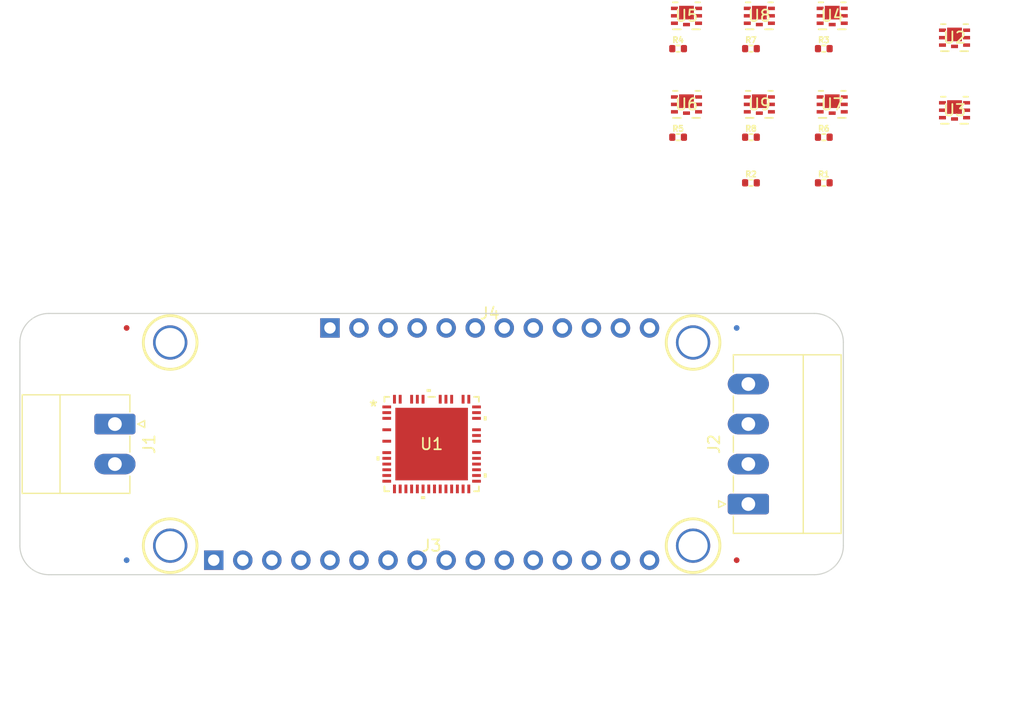
<source format=kicad_pcb>
(kicad_pcb (version 20221018) (generator pcbnew)
  (title_block (title "tmc5160_featherwing") (date "2024-03-25") (rev "1.0") (company "Howard Hughes Medical Institute"))
  (layers (0 "F.Cu" signal) (31 "B.Cu" signal) (34 "B.Paste" user) (35 "F.Paste" user) (36 "B.SilkS" user "B.Silkscreen") (37 "F.SilkS" user "F.Silkscreen") (38 "B.Mask" user) (39 "F.Mask" user) (44 "Edge.Cuts" user))
  (net 0 "")
  (net 1 "/GND")
  (net 2 "/driver_controller/mosfet1/GATE")
  (net 3 "Net-(U2-G)")
  (net 4 "/driver_controller/mosfet2/GATE")
  (net 5 "Net-(U3-G)")
  (net 6 "/driver_controller/mosfet4/GATE")
  (net 7 "Net-(U4-G)")
  (net 8 "/driver_controller/mosfet3/GATE")
  (net 9 "Net-(U5-G)")
  (net 58 "/driver_controller/mosfet5/GATE")
  (net 59 "Net-(U6-G)")
  (net 60 "/driver_controller/mosfet6/GATE")
  (net 61 "Net-(U7-G)")
  (net 62 "/driver_controller/mosfet7/GATE")
  (net 63 "Net-(U8-G)")
  (net 64 "/driver_controller/mosfet8/GATE")
  (net 65 "Net-(U9-G)")
  (net 66 "/driver_controller/mosfet1/DRAIN")
  (net 67 "/driver_controller/mosfet1/SOURCE")
  (net 68 "/driver_controller/mosfet2/DRAIN")
  (net 69 "/driver_controller/mosfet2/SOURCE")
  (net 70 "/driver_controller/mosfet4/DRAIN")
  (net 71 "/driver_controller/mosfet4/SOURCE")
  (net 72 "/driver_controller/mosfet3/DRAIN")
  (net 73 "/driver_controller/mosfet3/SOURCE")
  (net 74 "/driver_controller/mosfet5/DRAIN")
  (net 75 "/driver_controller/mosfet5/SOURCE")
  (net 76 "/driver_controller/mosfet6/DRAIN")
  (net 77 "/driver_controller/mosfet6/SOURCE")
  (net 78 "/driver_controller/mosfet7/DRAIN")
  (net 79 "/driver_controller/mosfet7/SOURCE")
  (net 80 "/driver_controller/mosfet8/DRAIN")
  (net 81 "/driver_controller/mosfet8/SOURCE")
  (footprint "Janelia:MOUNTING_HOLE_2.5" (layer "F.Cu") (at 175.26 110.49)
    (fp_text reference "H3" hide)
    (fp_text value "MOUNTING_HOLE_2.5" hide)
    (fp_circle (center 0 0) (end 2.35 0) (stroke (width 0.25)) (fill none) (layer "F.SilkS"))
    (pad "1" thru_hole circle (at 0 0) (size 3 3) (drill 2.54) (layers "*.Cu" "*.Mask") (net 1 "/GND"))
  )
  (footprint "Janelia:BUK7D3660EX_NEX" (layer "F.Cu") (at 198.12 66.04)
    (fp_text reference "U2" (at 0 0 unlocked) (layer "F.SilkS"))
    (fp_text value "BUK7D36-60EX")
    (fp_line (start -1.1811 1.1811) (end -0.507724 1.1811) (stroke (width 0.1524)) (layer "F.SilkS"))
    (fp_line (start -0.782527 -1.1811) (end -1.1811 -1.1811) (stroke (width 0.1524)) (layer "F.SilkS"))
    (fp_line (start 0.507724 1.1811) (end 1.1811 1.1811) (stroke (width 0.1524)) (layer "F.SilkS"))
    (fp_line (start 1.1811 -1.1811) (end 0.782527 -1.1811) (stroke (width 0.1524)) (layer "F.SilkS"))
    (pad "1" smd rect (at -1.0541 -0.649999) (size 0.6096 0.3048) (layers "F.Cu" "F.Paste" "F.Mask") (net 66 "/driver_controller/mosfet1/DRAIN"))
    (pad "2" smd rect (at -1.0541 0) (size 0.6096 0.3048) (layers "F.Cu" "F.Paste" "F.Mask") (net 66 "/driver_controller/mosfet1/DRAIN"))
    (pad "3" smd rect (at -1.0541 0.649999) (size 0.6096 0.3048) (layers "F.Cu" "F.Paste" "F.Mask") (net 3 "Net-(U2-G)"))
    (pad "4" smd rect (at 1.0541 0.649999) (size 0.6096 0.3048) (layers "F.Cu" "F.Paste" "F.Mask") (net 67 "/driver_controller/mosfet1/SOURCE"))
    (pad "5" smd rect (at 1.0541 0) (size 0.6096 0.3048) (layers "F.Cu" "F.Paste" "F.Mask") (net 66 "/driver_controller/mosfet1/DRAIN"))
    (pad "6" smd rect (at 1.0541 -0.649999) (size 0.6096 0.3048) (layers "F.Cu" "F.Paste" "F.Mask") (net 66 "/driver_controller/mosfet1/DRAIN"))
    (pad "7" smd rect (at 0 -0.28) (size 1.2954 1.1938) (layers "F.Cu" "F.Paste" "F.Mask") (net 66 "/driver_controller/mosfet1/DRAIN"))
    (pad "8" smd rect (at 0 0.765) (size 0.6096 0.3048) (layers "F.Cu" "F.Paste" "F.Mask") (net 67 "/driver_controller/mosfet1/SOURCE"))
  )
  (footprint "Janelia:MOUNTING_HOLE_2.5" (layer "F.Cu") (at 129.54 110.49)
    (fp_text reference "H4" hide)
    (fp_text value "MOUNTING_HOLE_2.5" hide)
    (fp_circle (center 0 0) (end 2.35 0) (stroke (width 0.25)) (fill none) (layer "F.SilkS"))
    (pad "1" thru_hole circle (at 0 0) (size 3 3) (drill 2.54) (layers "*.Cu" "*.Mask") (net 1 "/GND"))
  )
  (footprint "Janelia:R_0402_1005Metric" (layer "F.Cu") (at 180.32 78.74)
    (fp_text reference "R2" (at 0 -0.75) (layer "F.SilkS") (effects (font (size 0.5 0.5) (thickness 0.125) bold)))
    (fp_text value "15")
    (fp_line (start -0.153641 -0.275) (end 0.153641 -0.275) (stroke (width 0.15)) (layer "F.SilkS"))
    (fp_line (start -0.153641 0.275) (end 0.153641 0.275) (stroke (width 0.15)) (layer "F.SilkS"))
    (pad "1" smd roundrect (at -0.51 0) (size 0.54 0.64) (layers "F.Cu" "F.Paste" "F.Mask") (net 4 "/driver_controller/mosfet2/GATE"))
    (pad "2" smd roundrect (at 0.51 0) (size 0.54 0.64) (layers "F.Cu" "F.Paste" "F.Mask") (net 5 "Net-(U3-G)"))
  )
  (footprint "Janelia:R_0402_1005Metric" (layer "F.Cu") (at 186.69 78.74)
    (fp_text reference "R1" (at 0 -0.75) (layer "F.SilkS") (effects (font (size 0.5 0.5) (thickness 0.125) bold)))
    (fp_text value "15")
    (fp_line (start -0.153641 -0.275) (end 0.153641 -0.275) (stroke (width 0.15)) (layer "F.SilkS"))
    (fp_line (start -0.153641 0.275) (end 0.153641 0.275) (stroke (width 0.15)) (layer "F.SilkS"))
    (pad "1" smd roundrect (at -0.51 0) (size 0.54 0.64) (layers "F.Cu" "F.Paste" "F.Mask") (net 2 "/driver_controller/mosfet1/GATE"))
    (pad "2" smd roundrect (at 0.51 0) (size 0.54 0.64) (layers "F.Cu" "F.Paste" "F.Mask") (net 3 "Net-(U2-G)"))
  )
  (footprint "Janelia:PhoenixContact_MC_1,5_2-G-3.5_1x02_P3.50mm_Horizontal" (layer "F.Cu") (at 124.7075 101.6 -90)
    (fp_text reference "J1" (at 0 -3 -90) (layer "F.SilkS"))
    (fp_text value "Conn_TERM_HDR_01x02_Pin_3.5MM_Horizontal")
    (fp_line (start -4.31 -1.31) (end -4.31 8.11) (stroke (width 0.12)) (layer "F.SilkS"))
    (fp_line (start -4.31 -1.31) (end -2.8 -1.31) (stroke (width 0.12)) (layer "F.SilkS"))
    (fp_line (start -4.31 4.8) (end 4.31 4.8) (stroke (width 0.12)) (layer "F.SilkS"))
    (fp_line (start -4.31 8.11) (end 4.31 8.11) (stroke (width 0.12)) (layer "F.SilkS"))
    (fp_line (start -2.05 -2.6) (end -1.45 -2.6) (stroke (width 0.12)) (layer "F.SilkS"))
    (fp_line (start -1.75 -2) (end -2.05 -2.6) (stroke (width 0.12)) (layer "F.SilkS"))
    (fp_line (start -1.45 -2.6) (end -1.75 -2) (stroke (width 0.12)) (layer "F.SilkS"))
    (fp_line (start -0.7 -1.31) (end 0.7 -1.31) (stroke (width 0.12)) (layer "F.SilkS"))
    (fp_line (start 4.31 -1.31) (end 2.8 -1.31) (stroke (width 0.12)) (layer "F.SilkS"))
    (fp_line (start 4.31 8.11) (end 4.31 -1.31) (stroke (width 0.12)) (layer "F.SilkS"))
    (pad "1" thru_hole roundrect (at -1.75 0 270) (size 1.8 3.6) (drill 1.2) (layers "*.Cu" "*.Mask") (roundrect_rratio 0.138889))
    (pad "2" thru_hole oval (at 1.75 0 270) (size 1.8 3.6) (drill 1.2) (layers "*.Cu" "*.Mask"))
  )
  (footprint "Janelia:R_0402_1005Metric" (layer "F.Cu") (at 186.69 67)
    (fp_text reference "R3" (at 0 -0.75) (layer "F.SilkS") (effects (font (size 0.5 0.5) (thickness 0.125) bold)))
    (fp_text value "15")
    (fp_line (start -0.153641 -0.275) (end 0.153641 -0.275) (stroke (width 0.15)) (layer "F.SilkS"))
    (fp_line (start -0.153641 0.275) (end 0.153641 0.275) (stroke (width 0.15)) (layer "F.SilkS"))
    (pad "1" smd roundrect (at -0.51 0) (size 0.54 0.64) (layers "F.Cu" "F.Paste" "F.Mask") (net 6 "/driver_controller/mosfet4/GATE"))
    (pad "2" smd roundrect (at 0.51 0) (size 0.54 0.64) (layers "F.Cu" "F.Paste" "F.Mask") (net 7 "Net-(U4-G)"))
  )
  (footprint "Janelia:BUK7D3660EX_NEX" (layer "F.Cu") (at 181.0541 71.8793)
    (fp_text reference "U9" (at 0 0 unlocked) (layer "F.SilkS"))
    (fp_text value "BUK7D36-60EX")
    (fp_line (start -1.1811 1.1811) (end -0.507724 1.1811) (stroke (width 0.1524)) (layer "F.SilkS"))
    (fp_line (start -0.782527 -1.1811) (end -1.1811 -1.1811) (stroke (width 0.1524)) (layer "F.SilkS"))
    (fp_line (start 0.507724 1.1811) (end 1.1811 1.1811) (stroke (width 0.1524)) (layer "F.SilkS"))
    (fp_line (start 1.1811 -1.1811) (end 0.782527 -1.1811) (stroke (width 0.1524)) (layer "F.SilkS"))
    (pad "1" smd rect (at -1.0541 -0.649999) (size 0.6096 0.3048) (layers "F.Cu" "F.Paste" "F.Mask") (net 80 "/driver_controller/mosfet8/DRAIN"))
    (pad "2" smd rect (at -1.0541 0) (size 0.6096 0.3048) (layers "F.Cu" "F.Paste" "F.Mask") (net 80 "/driver_controller/mosfet8/DRAIN"))
    (pad "3" smd rect (at -1.0541 0.649999) (size 0.6096 0.3048) (layers "F.Cu" "F.Paste" "F.Mask") (net 65 "Net-(U9-G)"))
    (pad "4" smd rect (at 1.0541 0.649999) (size 0.6096 0.3048) (layers "F.Cu" "F.Paste" "F.Mask") (net 81 "/driver_controller/mosfet8/SOURCE"))
    (pad "5" smd rect (at 1.0541 0) (size 0.6096 0.3048) (layers "F.Cu" "F.Paste" "F.Mask") (net 80 "/driver_controller/mosfet8/DRAIN"))
    (pad "6" smd rect (at 1.0541 -0.649999) (size 0.6096 0.3048) (layers "F.Cu" "F.Paste" "F.Mask") (net 80 "/driver_controller/mosfet8/DRAIN"))
    (pad "7" smd rect (at 0 -0.28) (size 1.2954 1.1938) (layers "F.Cu" "F.Paste" "F.Mask") (net 80 "/driver_controller/mosfet8/DRAIN"))
    (pad "8" smd rect (at 0 0.765) (size 0.6096 0.3048) (layers "F.Cu" "F.Paste" "F.Mask") (net 81 "/driver_controller/mosfet8/SOURCE"))
  )
  (footprint "Janelia:21-100593_ADI" (layer "F.Cu") (at 152.4 101.6)
    (fp_text reference "U1" (at 0 0 unlocked) (layer "F.SilkS"))
    (fp_text value "TMC5160A-WA")
    (fp_text user "*" (at -5.0927 -3.25) (layer "F.SilkS"))
    (fp_text user "*" (at -5.0927 -3.25 unlocked) (layer "F.SilkS"))
    (fp_line (start -4.1275 -4.1275) (end -4.1275 -3.709741) (stroke (width 0.1524)) (layer "F.SilkS"))
    (fp_line (start -4.1275 3.709741) (end -4.1275 4.1275) (stroke (width 0.1524)) (layer "F.SilkS"))
    (fp_line (start -4.1275 4.1275) (end -3.709741 4.1275) (stroke (width 0.1524)) (layer "F.SilkS"))
    (fp_line (start -3.709741 -4.1275) (end -4.1275 -4.1275) (stroke (width 0.1524)) (layer "F.SilkS"))
    (fp_line (start 0.290261 -4.1275) (end -0.290261 -4.1275) (stroke (width 0.1524)) (layer "F.SilkS"))
    (fp_line (start 3.709741 4.1275) (end 4.1275 4.1275) (stroke (width 0.1524)) (layer "F.SilkS"))
    (fp_line (start 4.1275 -4.1275) (end 3.709741 -4.1275) (stroke (width 0.1524)) (layer "F.SilkS"))
    (fp_line (start 4.1275 -3.709741) (end 4.1275 -4.1275) (stroke (width 0.1524)) (layer "F.SilkS"))
    (fp_line (start 4.1275 4.1275) (end 4.1275 3.709741) (stroke (width 0.1524)) (layer "F.SilkS"))
    (fp_poly (pts (xy -4.8133 1.0595) (xy -4.8133 1.4405) (xy -4.5593 1.4405) (xy -4.5593 1.0595)) (fill solid) (layer "F.SilkS"))
    (fp_poly (pts (xy -0.940501 4.5593) (xy -0.940501 4.8133) (xy -0.559501 4.8133) (xy -0.559501 4.5593)) (fill solid) (layer "F.SilkS"))
    (fp_poly (pts (xy -0.4405 -4.5593) (xy -0.4405 -4.8133) (xy -0.059499 -4.8133) (xy -0.059499 -4.5593)) (fill solid) (layer "F.SilkS"))
    (fp_poly (pts (xy 4.8133 -2.440501) (xy 4.8133 -2.059501) (xy 4.5593 -2.059501) (xy 4.5593 -2.440501)) (fill solid) (layer "F.SilkS"))
    (fp_poly (pts (xy 4.8133 2.5595) (xy 4.8133 2.9405) (xy 4.5593 2.9405) (xy 4.5593 2.5595)) (fill solid) (layer "F.SilkS"))
    (pad "1" smd rect (at -3.9243 -3.250001 90) (size 0.254 0.762) (layers "F.Cu" "F.Paste" "F.Mask"))
    (pad "2" smd rect (at -3.9243 -2.75 90) (size 0.254 0.762) (layers "F.Cu" "F.Paste" "F.Mask"))
    (pad "3" smd rect (at -3.9243 -2.250001 90) (size 0.254 0.762) (layers "F.Cu" "F.Paste" "F.Mask"))
    (pad "4" smd rect (at -3.9243 -1.25 90) (size 0.254 0.762) (layers "F.Cu" "F.Paste" "F.Mask"))
    (pad "5" smd rect (at -3.9243 -0.25 90) (size 0.254 0.762) (layers "F.Cu" "F.Paste" "F.Mask"))
    (pad "6" smd rect (at -3.9243 0.750001 90) (size 0.254 0.762) (layers "F.Cu" "F.Paste" "F.Mask"))
    (pad "7" smd rect (at -3.9243 1.25 90) (size 0.254 0.762) (layers "F.Cu" "F.Paste" "F.Mask"))
    (pad "8" smd rect (at -3.9243 1.749999 90) (size 0.254 0.762) (layers "F.Cu" "F.Paste" "F.Mask"))
    (pad "9" smd rect (at -3.9243 2.250001 90) (size 0.254 0.762) (layers "F.Cu" "F.Paste" "F.Mask"))
    (pad "10" smd rect (at -3.9243 2.75 90) (size 0.254 0.762) (layers "F.Cu" "F.Paste" "F.Mask"))
    (pad "11" smd rect (at -3.9243 3.250001 90) (size 0.254 0.762) (layers "F.Cu" "F.Paste" "F.Mask"))
    (pad "12" smd rect (at -3.250001 3.9243) (size 0.254 0.762) (layers "F.Cu" "F.Paste" "F.Mask"))
    (pad "13" smd rect (at -2.75 3.9243) (size 0.254 0.762) (layers "F.Cu" "F.Paste" "F.Mask"))
    (pad "14" smd rect (at -2.250001 3.9243) (size 0.254 0.762) (layers "F.Cu" "F.Paste" "F.Mask"))
    (pad "15" smd rect (at -1.749999 3.9243) (size 0.254 0.762) (layers "F.Cu" "F.Paste" "F.Mask"))
    (pad "16" smd rect (at -1.25 3.9243) (size 0.254 0.762) (layers "F.Cu" "F.Paste" "F.Mask"))
    (pad "17" smd rect (at -0.750001 3.9243) (size 0.254 0.762) (layers "F.Cu" "F.Paste" "F.Mask"))
    (pad "18" smd rect (at -0.25 3.9243) (size 0.254 0.762) (layers "F.Cu" "F.Paste" "F.Mask"))
    (pad "19" smd rect (at 0.25 3.9243) (size 0.254 0.762) (layers "F.Cu" "F.Paste" "F.Mask"))
    (pad "20" smd rect (at 0.750001 3.9243) (size 0.254 0.762) (layers "F.Cu" "F.Paste" "F.Mask"))
    (pad "21" smd rect (at 1.25 3.9243) (size 0.254 0.762) (layers "F.Cu" "F.Paste" "F.Mask"))
    (pad "22" smd rect (at 1.749999 3.9243) (size 0.254 0.762) (layers "F.Cu" "F.Paste" "F.Mask"))
    (pad "23" smd rect (at 2.250001 3.9243) (size 0.254 0.762) (layers "F.Cu" "F.Paste" "F.Mask"))
    (pad "24" smd rect (at 2.75 3.9243) (size 0.254 0.762) (layers "F.Cu" "F.Paste" "F.Mask"))
    (pad "25" smd rect (at 3.250001 3.9243) (size 0.254 0.762) (layers "F.Cu" "F.Paste" "F.Mask"))
    (pad "26" smd rect (at 3.9243 3.250001 90) (size 0.254 0.762) (layers "F.Cu" "F.Paste" "F.Mask"))
    (pad "27" smd rect (at 3.9243 2.75 90) (size 0.254 0.762) (layers "F.Cu" "F.Paste" "F.Mask"))
    (pad "28" smd rect (at 3.9243 2.250001 90) (size 0.254 0.762) (layers "F.Cu" "F.Paste" "F.Mask"))
    (pad "29" smd rect (at 3.9243 1.749999 90) (size 0.254 0.762) (layers "F.Cu" "F.Paste" "F.Mask"))
    (pad "30" smd rect (at 3.9243 1.25 90) (size 0.254 0.762) (layers "F.Cu" "F.Paste" "F.Mask"))
    (pad "31" smd rect (at 3.9243 0.750001 90) (size 0.254 0.762) (layers "F.Cu" "F.Paste" "F.Mask"))
    (pad "32" smd rect (at 3.9243 -0.25 90) (size 0.254 0.762) (layers "F.Cu" "F.Paste" "F.Mask"))
    (pad "33" smd rect (at 3.9243 -0.750001 90) (size 0.254 0.762) (layers "F.Cu" "F.Paste" "F.Mask"))
    (pad "34" smd rect (at 3.9243 -1.25 90) (size 0.254 0.762) (layers "F.Cu" "F.Paste" "F.Mask"))
    (pad "35" smd rect (at 3.9243 -2.250001 90) (size 0.254 0.762) (layers "F.Cu" "F.Paste" "F.Mask"))
    (pad "36" smd rect (at 3.9243 -2.75 90) (size 0.254 0.762) (layers "F.Cu" "F.Paste" "F.Mask"))
    (pad "37" smd rect (at 3.9243 -3.250001 90) (size 0.254 0.762) (layers "F.Cu" "F.Paste" "F.Mask"))
    (pad "38" smd rect (at 3.250001 -3.9243) (size 0.254 0.762) (layers "F.Cu" "F.Paste" "F.Mask"))
    (pad "39" smd rect (at 2.75 -3.9243) (size 0.254 0.762) (layers "F.Cu" "F.Paste" "F.Mask"))
    (pad "40" smd rect (at 1.749999 -3.9243) (size 0.254 0.762) (layers "F.Cu" "F.Paste" "F.Mask"))
    (pad "41" smd rect (at 1.25 -3.9243) (size 0.254 0.762) (layers "F.Cu" "F.Paste" "F.Mask"))
    (pad "42" smd rect (at 0.750001 -3.9243) (size 0.254 0.762) (layers "F.Cu" "F.Paste" "F.Mask"))
    (pad "43" smd rect (at -0.750001 -3.9243) (size 0.254 0.762) (layers "F.Cu" "F.Paste" "F.Mask"))
    (pad "44" smd rect (at -1.25 -3.9243) (size 0.254 0.762) (layers "F.Cu" "F.Paste" "F.Mask"))
    (pad "45" smd rect (at -1.749999 -3.9243) (size 0.254 0.762) (layers "F.Cu" "F.Paste" "F.Mask"))
    (pad "46" smd rect (at -2.75 -3.9243) (size 0.254 0.762) (layers "F.Cu" "F.Paste" "F.Mask"))
    (pad "47" smd rect (at -3.250001 -3.9243) (size 0.254 0.762) (layers "F.Cu" "F.Paste" "F.Mask"))
    (pad "48" smd rect (at 0 0) (size 6.35 6.35) (layers "F.Cu" "F.Paste" "F.Mask"))
  )
  (footprint "Janelia:R_0402_1005Metric" (layer "F.Cu") (at 180.32 67)
    (fp_text reference "R7" (at 0 -0.75) (layer "F.SilkS") (effects (font (size 0.5 0.5) (thickness 0.125) bold)))
    (fp_text value "15")
    (fp_line (start -0.153641 -0.275) (end 0.153641 -0.275) (stroke (width 0.15)) (layer "F.SilkS"))
    (fp_line (start -0.153641 0.275) (end 0.153641 0.275) (stroke (width 0.15)) (layer "F.SilkS"))
    (pad "1" smd roundrect (at -0.51 0) (size 0.54 0.64) (layers "F.Cu" "F.Paste" "F.Mask") (net 62 "/driver_controller/mosfet7/GATE"))
    (pad "2" smd roundrect (at 0.51 0) (size 0.54 0.64) (layers "F.Cu" "F.Paste" "F.Mask") (net 63 "Net-(U8-G)"))
  )
  (footprint "Janelia:BUK7D3660EX_NEX" (layer "F.Cu") (at 187.4241 64.1293)
    (fp_text reference "U4" (at 0 0 unlocked) (layer "F.SilkS"))
    (fp_text value "BUK7D36-60EX")
    (fp_line (start -1.1811 1.1811) (end -0.507724 1.1811) (stroke (width 0.1524)) (layer "F.SilkS"))
    (fp_line (start -0.782527 -1.1811) (end -1.1811 -1.1811) (stroke (width 0.1524)) (layer "F.SilkS"))
    (fp_line (start 0.507724 1.1811) (end 1.1811 1.1811) (stroke (width 0.1524)) (layer "F.SilkS"))
    (fp_line (start 1.1811 -1.1811) (end 0.782527 -1.1811) (stroke (width 0.1524)) (layer "F.SilkS"))
    (pad "1" smd rect (at -1.0541 -0.649999) (size 0.6096 0.3048) (layers "F.Cu" "F.Paste" "F.Mask") (net 70 "/driver_controller/mosfet4/DRAIN"))
    (pad "2" smd rect (at -1.0541 0) (size 0.6096 0.3048) (layers "F.Cu" "F.Paste" "F.Mask") (net 70 "/driver_controller/mosfet4/DRAIN"))
    (pad "3" smd rect (at -1.0541 0.649999) (size 0.6096 0.3048) (layers "F.Cu" "F.Paste" "F.Mask") (net 7 "Net-(U4-G)"))
    (pad "4" smd rect (at 1.0541 0.649999) (size 0.6096 0.3048) (layers "F.Cu" "F.Paste" "F.Mask") (net 71 "/driver_controller/mosfet4/SOURCE"))
    (pad "5" smd rect (at 1.0541 0) (size 0.6096 0.3048) (layers "F.Cu" "F.Paste" "F.Mask") (net 70 "/driver_controller/mosfet4/DRAIN"))
    (pad "6" smd rect (at 1.0541 -0.649999) (size 0.6096 0.3048) (layers "F.Cu" "F.Paste" "F.Mask") (net 70 "/driver_controller/mosfet4/DRAIN"))
    (pad "7" smd rect (at 0 -0.28) (size 1.2954 1.1938) (layers "F.Cu" "F.Paste" "F.Mask") (net 70 "/driver_controller/mosfet4/DRAIN"))
    (pad "8" smd rect (at 0 0.765) (size 0.6096 0.3048) (layers "F.Cu" "F.Paste" "F.Mask") (net 71 "/driver_controller/mosfet4/SOURCE"))
  )
  (footprint "Janelia:PhoenixContact_MC_1,5_4-G-3.5_1x04_P3.50mm_Horizontal" (layer "F.Cu") (at 180.0925 101.6 90)
    (fp_text reference "J2" (at 0 -3 90) (layer "F.SilkS"))
    (fp_text value "Conn_TERM_HDR_01x04_Pin_3.5MM_Horizontal")
    (fp_line (start -7.81 -1.31) (end -7.81 8.11) (stroke (width 0.12)) (layer "F.SilkS"))
    (fp_line (start -7.81 -1.31) (end -6.3 -1.31) (stroke (width 0.12)) (layer "F.SilkS"))
    (fp_line (start -7.81 4.8) (end 7.81 4.8) (stroke (width 0.12)) (layer "F.SilkS"))
    (fp_line (start -7.81 8.11) (end 7.81 8.11) (stroke (width 0.12)) (layer "F.SilkS"))
    (fp_line (start -5.55 -2.6) (end -4.95 -2.6) (stroke (width 0.12)) (layer "F.SilkS"))
    (fp_line (start -5.25 -2) (end -5.55 -2.6) (stroke (width 0.12)) (layer "F.SilkS"))
    (fp_line (start -4.95 -2.6) (end -5.25 -2) (stroke (width 0.12)) (layer "F.SilkS"))
    (fp_line (start -4.2 -1.31) (end -2.8 -1.31) (stroke (width 0.12)) (layer "F.SilkS"))
    (fp_line (start -0.7 -1.31) (end 0.7 -1.31) (stroke (width 0.12)) (layer "F.SilkS"))
    (fp_line (start 2.8 -1.31) (end 4.2 -1.31) (stroke (width 0.12)) (layer "F.SilkS"))
    (fp_line (start 7.81 -1.31) (end 6.3 -1.31) (stroke (width 0.12)) (layer "F.SilkS"))
    (fp_line (start 7.81 8.11) (end 7.81 -1.31) (stroke (width 0.12)) (layer "F.SilkS"))
    (pad "1" thru_hole roundrect (at -5.25 0 90) (size 1.8 3.6) (drill 1.2) (layers "*.Cu" "*.Mask") (roundrect_rratio 0.138889))
    (pad "2" thru_hole oval (at -1.75 0 90) (size 1.8 3.6) (drill 1.2) (layers "*.Cu" "*.Mask"))
    (pad "3" thru_hole oval (at 1.75 0 90) (size 1.8 3.6) (drill 1.2) (layers "*.Cu" "*.Mask"))
    (pad "4" thru_hole oval (at 5.25 0 90) (size 1.8 3.6) (drill 1.2) (layers "*.Cu" "*.Mask"))
  )
  (footprint "Janelia:BUK7D3660EX_NEX" (layer "F.Cu") (at 174.6841 71.8793)
    (fp_text reference "U6" (at 0 0 unlocked) (layer "F.SilkS"))
    (fp_text value "BUK7D36-60EX")
    (fp_line (start -1.1811 1.1811) (end -0.507724 1.1811) (stroke (width 0.1524)) (layer "F.SilkS"))
    (fp_line (start -0.782527 -1.1811) (end -1.1811 -1.1811) (stroke (width 0.1524)) (layer "F.SilkS"))
    (fp_line (start 0.507724 1.1811) (end 1.1811 1.1811) (stroke (width 0.1524)) (layer "F.SilkS"))
    (fp_line (start 1.1811 -1.1811) (end 0.782527 -1.1811) (stroke (width 0.1524)) (layer "F.SilkS"))
    (pad "1" smd rect (at -1.0541 -0.649999) (size 0.6096 0.3048) (layers "F.Cu" "F.Paste" "F.Mask") (net 74 "/driver_controller/mosfet5/DRAIN"))
    (pad "2" smd rect (at -1.0541 0) (size 0.6096 0.3048) (layers "F.Cu" "F.Paste" "F.Mask") (net 74 "/driver_controller/mosfet5/DRAIN"))
    (pad "3" smd rect (at -1.0541 0.649999) (size 0.6096 0.3048) (layers "F.Cu" "F.Paste" "F.Mask") (net 59 "Net-(U6-G)"))
    (pad "4" smd rect (at 1.0541 0.649999) (size 0.6096 0.3048) (layers "F.Cu" "F.Paste" "F.Mask") (net 75 "/driver_controller/mosfet5/SOURCE"))
    (pad "5" smd rect (at 1.0541 0) (size 0.6096 0.3048) (layers "F.Cu" "F.Paste" "F.Mask") (net 74 "/driver_controller/mosfet5/DRAIN"))
    (pad "6" smd rect (at 1.0541 -0.649999) (size 0.6096 0.3048) (layers "F.Cu" "F.Paste" "F.Mask") (net 74 "/driver_controller/mosfet5/DRAIN"))
    (pad "7" smd rect (at 0 -0.28) (size 1.2954 1.1938) (layers "F.Cu" "F.Paste" "F.Mask") (net 74 "/driver_controller/mosfet5/DRAIN"))
    (pad "8" smd rect (at 0 0.765) (size 0.6096 0.3048) (layers "F.Cu" "F.Paste" "F.Mask") (net 75 "/driver_controller/mosfet5/SOURCE"))
  )
  (footprint "Janelia:R_0402_1005Metric" (layer "F.Cu") (at 186.69 74.75)
    (fp_text reference "R6" (at 0 -0.75) (layer "F.SilkS") (effects (font (size 0.5 0.5) (thickness 0.125) bold)))
    (fp_text value "15")
    (fp_line (start -0.153641 -0.275) (end 0.153641 -0.275) (stroke (width 0.15)) (layer "F.SilkS"))
    (fp_line (start -0.153641 0.275) (end 0.153641 0.275) (stroke (width 0.15)) (layer "F.SilkS"))
    (pad "1" smd roundrect (at -0.51 0) (size 0.54 0.64) (layers "F.Cu" "F.Paste" "F.Mask") (net 60 "/driver_controller/mosfet6/GATE"))
    (pad "2" smd roundrect (at 0.51 0) (size 0.54 0.64) (layers "F.Cu" "F.Paste" "F.Mask") (net 61 "Net-(U7-G)"))
  )
  (footprint "Janelia:R_0402_1005Metric" (layer "F.Cu") (at 180.32 74.75)
    (fp_text reference "R8" (at 0 -0.75) (layer "F.SilkS") (effects (font (size 0.5 0.5) (thickness 0.125) bold)))
    (fp_text value "15")
    (fp_line (start -0.153641 -0.275) (end 0.153641 -0.275) (stroke (width 0.15)) (layer "F.SilkS"))
    (fp_line (start -0.153641 0.275) (end 0.153641 0.275) (stroke (width 0.15)) (layer "F.SilkS"))
    (pad "1" smd roundrect (at -0.51 0) (size 0.54 0.64) (layers "F.Cu" "F.Paste" "F.Mask") (net 64 "/driver_controller/mosfet8/GATE"))
    (pad "2" smd roundrect (at 0.51 0) (size 0.54 0.64) (layers "F.Cu" "F.Paste" "F.Mask") (net 65 "Net-(U9-G)"))
  )
  (footprint "Janelia:MOUNTING_HOLE_2.5" (layer "F.Cu") (at 175.26 92.71)
    (fp_text reference "H2" hide)
    (fp_text value "MOUNTING_HOLE_2.5" hide)
    (fp_circle (center 0 0) (end 2.35 0) (stroke (width 0.25)) (fill none) (layer "F.SilkS"))
    (pad "1" thru_hole circle (at 0 0) (size 3 3) (drill 2.54) (layers "*.Cu" "*.Mask") (net 1 "/GND"))
  )
  (footprint "Janelia:PinHeader_1x16_P2.54mm_Vertical_Holes" (layer "F.Cu") (at 133.35 111.76 90)
    (fp_text reference "J3" (at 1.27 19.05 180) (layer "F.SilkS"))
    (fp_text value "Conn_01x16_P2.54MM_HeaderHoles")
    (pad "1" thru_hole rect (at 0 0 90) (size 1.7 1.7) (drill 1) (layers "*.Cu" "*.Mask"))
    (pad "2" thru_hole oval (at 0 2.54 90) (size 1.7 1.7) (drill 1) (layers "*.Cu" "*.Mask"))
    (pad "3" thru_hole oval (at 0 5.08 90) (size 1.7 1.7) (drill 1) (layers "*.Cu" "*.Mask"))
    (pad "4" thru_hole oval (at 0 7.62 90) (size 1.7 1.7) (drill 1) (layers "*.Cu" "*.Mask"))
    (pad "5" thru_hole oval (at 0 10.16 90) (size 1.7 1.7) (drill 1) (layers "*.Cu" "*.Mask"))
    (pad "6" thru_hole oval (at 0 12.7 90) (size 1.7 1.7) (drill 1) (layers "*.Cu" "*.Mask"))
    (pad "7" thru_hole oval (at 0 15.24 90) (size 1.7 1.7) (drill 1) (layers "*.Cu" "*.Mask"))
    (pad "8" thru_hole oval (at 0 17.78 90) (size 1.7 1.7) (drill 1) (layers "*.Cu" "*.Mask"))
    (pad "9" thru_hole oval (at 0 20.32 90) (size 1.7 1.7) (drill 1) (layers "*.Cu" "*.Mask"))
    (pad "10" thru_hole oval (at 0 22.86 90) (size 1.7 1.7) (drill 1) (layers "*.Cu" "*.Mask"))
    (pad "11" thru_hole oval (at 0 25.4 90) (size 1.7 1.7) (drill 1) (layers "*.Cu" "*.Mask"))
    (pad "12" thru_hole oval (at 0 27.94 90) (size 1.7 1.7) (drill 1) (layers "*.Cu" "*.Mask"))
    (pad "13" thru_hole oval (at 0 30.48 90) (size 1.7 1.7) (drill 1) (layers "*.Cu" "*.Mask"))
    (pad "14" thru_hole oval (at 0 33.02 90) (size 1.7 1.7) (drill 1) (layers "*.Cu" "*.Mask"))
    (pad "15" thru_hole oval (at 0 35.56 90) (size 1.7 1.7) (drill 1) (layers "*.Cu" "*.Mask"))
    (pad "16" thru_hole oval (at 0 38.1 90) (size 1.7 1.7) (drill 1) (layers "*.Cu" "*.Mask"))
  )
  (footprint "Janelia:PinHeader_1x12_P2.54mm_Vertical_Holes" (layer "F.Cu") (at 143.51 91.44 90)
    (fp_text reference "J4" (at 1.27 13.97 180) (layer "F.SilkS"))
    (fp_text value "Conn_01x12_P2.54MM_HeaderHoles")
    (pad "1" thru_hole rect (at 0 0 90) (size 1.7 1.7) (drill 1) (layers "*.Cu" "*.Mask"))
    (pad "2" thru_hole oval (at 0 2.54 90) (size 1.7 1.7) (drill 1) (layers "*.Cu" "*.Mask"))
    (pad "3" thru_hole oval (at 0 5.08 90) (size 1.7 1.7) (drill 1) (layers "*.Cu" "*.Mask"))
    (pad "4" thru_hole oval (at 0 7.62 90) (size 1.7 1.7) (drill 1) (layers "*.Cu" "*.Mask"))
    (pad "5" thru_hole oval (at 0 10.16 90) (size 1.7 1.7) (drill 1) (layers "*.Cu" "*.Mask"))
    (pad "6" thru_hole oval (at 0 12.7 90) (size 1.7 1.7) (drill 1) (layers "*.Cu" "*.Mask"))
    (pad "7" thru_hole oval (at 0 15.24 90) (size 1.7 1.7) (drill 1) (layers "*.Cu" "*.Mask"))
    (pad "8" thru_hole oval (at 0 17.78 90) (size 1.7 1.7) (drill 1) (layers "*.Cu" "*.Mask"))
    (pad "9" thru_hole oval (at 0 20.32 90) (size 1.7 1.7) (drill 1) (layers "*.Cu" "*.Mask"))
    (pad "10" thru_hole oval (at 0 22.86 90) (size 1.7 1.7) (drill 1) (layers "*.Cu" "*.Mask"))
    (pad "11" thru_hole oval (at 0 25.4 90) (size 1.7 1.7) (drill 1) (layers "*.Cu" "*.Mask"))
    (pad "12" thru_hole oval (at 0 27.94 90) (size 1.7 1.7) (drill 1) (layers "*.Cu" "*.Mask"))
  )
  (footprint "Janelia:MOUNTING_HOLE_2.5" (layer "F.Cu") (at 129.54 92.71)
    (fp_text reference "H1" hide)
    (fp_text value "MOUNTING_HOLE_2.5" hide)
    (fp_circle (center 0 0) (end 2.35 0) (stroke (width 0.25)) (fill none) (layer "F.SilkS"))
    (pad "1" thru_hole circle (at 0 0) (size 3 3) (drill 2.54) (layers "*.Cu" "*.Mask") (net 1 "/GND"))
  )
  (footprint "Janelia:FIDUCIAL_0.5mm_Mask1mm" (layer "F.Cu") (at 179.07 111.76)
    (fp_text reference "FID3")
    (fp_text value "FIDUCIAL_0.5mm_MASK1mm" hide)
    (pad "" smd circle (at 0 0) (size 0.5 0.5) (layers "F.Cu" "F.Mask") (clearance 0.25))
  )
  (footprint "Janelia:BUK7D3660EX_NEX" (layer "F.Cu") (at 187.4241 71.8793)
    (fp_text reference "U7" (at 0 0 unlocked) (layer "F.SilkS"))
    (fp_text value "BUK7D36-60EX")
    (fp_line (start -1.1811 1.1811) (end -0.507724 1.1811) (stroke (width 0.1524)) (layer "F.SilkS"))
    (fp_line (start -0.782527 -1.1811) (end -1.1811 -1.1811) (stroke (width 0.1524)) (layer "F.SilkS"))
    (fp_line (start 0.507724 1.1811) (end 1.1811 1.1811) (stroke (width 0.1524)) (layer "F.SilkS"))
    (fp_line (start 1.1811 -1.1811) (end 0.782527 -1.1811) (stroke (width 0.1524)) (layer "F.SilkS"))
    (pad "1" smd rect (at -1.0541 -0.649999) (size 0.6096 0.3048) (layers "F.Cu" "F.Paste" "F.Mask") (net 76 "/driver_controller/mosfet6/DRAIN"))
    (pad "2" smd rect (at -1.0541 0) (size 0.6096 0.3048) (layers "F.Cu" "F.Paste" "F.Mask") (net 76 "/driver_controller/mosfet6/DRAIN"))
    (pad "3" smd rect (at -1.0541 0.649999) (size 0.6096 0.3048) (layers "F.Cu" "F.Paste" "F.Mask") (net 61 "Net-(U7-G)"))
    (pad "4" smd rect (at 1.0541 0.649999) (size 0.6096 0.3048) (layers "F.Cu" "F.Paste" "F.Mask") (net 77 "/driver_controller/mosfet6/SOURCE"))
    (pad "5" smd rect (at 1.0541 0) (size 0.6096 0.3048) (layers "F.Cu" "F.Paste" "F.Mask") (net 76 "/driver_controller/mosfet6/DRAIN"))
    (pad "6" smd rect (at 1.0541 -0.649999) (size 0.6096 0.3048) (layers "F.Cu" "F.Paste" "F.Mask") (net 76 "/driver_controller/mosfet6/DRAIN"))
    (pad "7" smd rect (at 0 -0.28) (size 1.2954 1.1938) (layers "F.Cu" "F.Paste" "F.Mask") (net 76 "/driver_controller/mosfet6/DRAIN"))
    (pad "8" smd rect (at 0 0.765) (size 0.6096 0.3048) (layers "F.Cu" "F.Paste" "F.Mask") (net 77 "/driver_controller/mosfet6/SOURCE"))
  )
  (footprint "Janelia:FIDUCIAL_0.5mm_Mask1mm" (layer "F.Cu") (at 125.73 91.44)
    (fp_text reference "FID1")
    (fp_text value "FIDUCIAL_0.5mm_MASK1mm" hide)
    (pad "" smd circle (at 0 0) (size 0.5 0.5) (layers "F.Cu" "F.Mask") (clearance 0.25))
  )
  (footprint "Janelia:R_0402_1005Metric" (layer "F.Cu") (at 173.95 67)
    (fp_text reference "R4" (at 0 -0.75) (layer "F.SilkS") (effects (font (size 0.5 0.5) (thickness 0.125) bold)))
    (fp_text value "15")
    (fp_line (start -0.153641 -0.275) (end 0.153641 -0.275) (stroke (width 0.15)) (layer "F.SilkS"))
    (fp_line (start -0.153641 0.275) (end 0.153641 0.275) (stroke (width 0.15)) (layer "F.SilkS"))
    (pad "1" smd roundrect (at -0.51 0) (size 0.54 0.64) (layers "F.Cu" "F.Paste" "F.Mask") (net 8 "/driver_controller/mosfet3/GATE"))
    (pad "2" smd roundrect (at 0.51 0) (size 0.54 0.64) (layers "F.Cu" "F.Paste" "F.Mask") (net 9 "Net-(U5-G)"))
  )
  (footprint "Janelia:BUK7D3660EX_NEX" (layer "F.Cu") (at 198.12 72.39)
    (fp_text reference "U3" (at 0 0 unlocked) (layer "F.SilkS"))
    (fp_text value "BUK7D36-60EX")
    (fp_line (start -1.1811 1.1811) (end -0.507724 1.1811) (stroke (width 0.1524)) (layer "F.SilkS"))
    (fp_line (start -0.782527 -1.1811) (end -1.1811 -1.1811) (stroke (width 0.1524)) (layer "F.SilkS"))
    (fp_line (start 0.507724 1.1811) (end 1.1811 1.1811) (stroke (width 0.1524)) (layer "F.SilkS"))
    (fp_line (start 1.1811 -1.1811) (end 0.782527 -1.1811) (stroke (width 0.1524)) (layer "F.SilkS"))
    (pad "1" smd rect (at -1.0541 -0.649999) (size 0.6096 0.3048) (layers "F.Cu" "F.Paste" "F.Mask") (net 68 "/driver_controller/mosfet2/DRAIN"))
    (pad "2" smd rect (at -1.0541 0) (size 0.6096 0.3048) (layers "F.Cu" "F.Paste" "F.Mask") (net 68 "/driver_controller/mosfet2/DRAIN"))
    (pad "3" smd rect (at -1.0541 0.649999) (size 0.6096 0.3048) (layers "F.Cu" "F.Paste" "F.Mask") (net 5 "Net-(U3-G)"))
    (pad "4" smd rect (at 1.0541 0.649999) (size 0.6096 0.3048) (layers "F.Cu" "F.Paste" "F.Mask") (net 69 "/driver_controller/mosfet2/SOURCE"))
    (pad "5" smd rect (at 1.0541 0) (size 0.6096 0.3048) (layers "F.Cu" "F.Paste" "F.Mask") (net 68 "/driver_controller/mosfet2/DRAIN"))
    (pad "6" smd rect (at 1.0541 -0.649999) (size 0.6096 0.3048) (layers "F.Cu" "F.Paste" "F.Mask") (net 68 "/driver_controller/mosfet2/DRAIN"))
    (pad "7" smd rect (at 0 -0.28) (size 1.2954 1.1938) (layers "F.Cu" "F.Paste" "F.Mask") (net 68 "/driver_controller/mosfet2/DRAIN"))
    (pad "8" smd rect (at 0 0.765) (size 0.6096 0.3048) (layers "F.Cu" "F.Paste" "F.Mask") (net 69 "/driver_controller/mosfet2/SOURCE"))
  )
  (footprint "Janelia:BUK7D3660EX_NEX" (layer "F.Cu") (at 174.6841 64.1293)
    (fp_text reference "U5" (at 0 0 unlocked) (layer "F.SilkS"))
    (fp_text value "BUK7D36-60EX")
    (fp_line (start -1.1811 1.1811) (end -0.507724 1.1811) (stroke (width 0.1524)) (layer "F.SilkS"))
    (fp_line (start -0.782527 -1.1811) (end -1.1811 -1.1811) (stroke (width 0.1524)) (layer "F.SilkS"))
    (fp_line (start 0.507724 1.1811) (end 1.1811 1.1811) (stroke (width 0.1524)) (layer "F.SilkS"))
    (fp_line (start 1.1811 -1.1811) (end 0.782527 -1.1811) (stroke (width 0.1524)) (layer "F.SilkS"))
    (pad "1" smd rect (at -1.0541 -0.649999) (size 0.6096 0.3048) (layers "F.Cu" "F.Paste" "F.Mask") (net 72 "/driver_controller/mosfet3/DRAIN"))
    (pad "2" smd rect (at -1.0541 0) (size 0.6096 0.3048) (layers "F.Cu" "F.Paste" "F.Mask") (net 72 "/driver_controller/mosfet3/DRAIN"))
    (pad "3" smd rect (at -1.0541 0.649999) (size 0.6096 0.3048) (layers "F.Cu" "F.Paste" "F.Mask") (net 9 "Net-(U5-G)"))
    (pad "4" smd rect (at 1.0541 0.649999) (size 0.6096 0.3048) (layers "F.Cu" "F.Paste" "F.Mask") (net 73 "/driver_controller/mosfet3/SOURCE"))
    (pad "5" smd rect (at 1.0541 0) (size 0.6096 0.3048) (layers "F.Cu" "F.Paste" "F.Mask") (net 72 "/driver_controller/mosfet3/DRAIN"))
    (pad "6" smd rect (at 1.0541 -0.649999) (size 0.6096 0.3048) (layers "F.Cu" "F.Paste" "F.Mask") (net 72 "/driver_controller/mosfet3/DRAIN"))
    (pad "7" smd rect (at 0 -0.28) (size 1.2954 1.1938) (layers "F.Cu" "F.Paste" "F.Mask") (net 72 "/driver_controller/mosfet3/DRAIN"))
    (pad "8" smd rect (at 0 0.765) (size 0.6096 0.3048) (layers "F.Cu" "F.Paste" "F.Mask") (net 73 "/driver_controller/mosfet3/SOURCE"))
  )
  (footprint "Janelia:R_0402_1005Metric" (layer "F.Cu") (at 173.95 74.75)
    (fp_text reference "R5" (at 0 -0.75) (layer "F.SilkS") (effects (font (size 0.5 0.5) (thickness 0.125) bold)))
    (fp_text value "15")
    (fp_line (start -0.153641 -0.275) (end 0.153641 -0.275) (stroke (width 0.15)) (layer "F.SilkS"))
    (fp_line (start -0.153641 0.275) (end 0.153641 0.275) (stroke (width 0.15)) (layer "F.SilkS"))
    (pad "1" smd roundrect (at -0.51 0) (size 0.54 0.64) (layers "F.Cu" "F.Paste" "F.Mask") (net 58 "/driver_controller/mosfet5/GATE"))
    (pad "2" smd roundrect (at 0.51 0) (size 0.54 0.64) (layers "F.Cu" "F.Paste" "F.Mask") (net 59 "Net-(U6-G)"))
  )
  (footprint "Janelia:BUK7D3660EX_NEX" (layer "F.Cu") (at 181.0541 64.1293)
    (fp_text reference "U8" (at 0 0 unlocked) (layer "F.SilkS"))
    (fp_text value "BUK7D36-60EX")
    (fp_line (start -1.1811 1.1811) (end -0.507724 1.1811) (stroke (width 0.1524)) (layer "F.SilkS"))
    (fp_line (start -0.782527 -1.1811) (end -1.1811 -1.1811) (stroke (width 0.1524)) (layer "F.SilkS"))
    (fp_line (start 0.507724 1.1811) (end 1.1811 1.1811) (stroke (width 0.1524)) (layer "F.SilkS"))
    (fp_line (start 1.1811 -1.1811) (end 0.782527 -1.1811) (stroke (width 0.1524)) (layer "F.SilkS"))
    (pad "1" smd rect (at -1.0541 -0.649999) (size 0.6096 0.3048) (layers "F.Cu" "F.Paste" "F.Mask") (net 78 "/driver_controller/mosfet7/DRAIN"))
    (pad "2" smd rect (at -1.0541 0) (size 0.6096 0.3048) (layers "F.Cu" "F.Paste" "F.Mask") (net 78 "/driver_controller/mosfet7/DRAIN"))
    (pad "3" smd rect (at -1.0541 0.649999) (size 0.6096 0.3048) (layers "F.Cu" "F.Paste" "F.Mask") (net 63 "Net-(U8-G)"))
    (pad "4" smd rect (at 1.0541 0.649999) (size 0.6096 0.3048) (layers "F.Cu" "F.Paste" "F.Mask") (net 79 "/driver_controller/mosfet7/SOURCE"))
    (pad "5" smd rect (at 1.0541 0) (size 0.6096 0.3048) (layers "F.Cu" "F.Paste" "F.Mask") (net 78 "/driver_controller/mosfet7/DRAIN"))
    (pad "6" smd rect (at 1.0541 -0.649999) (size 0.6096 0.3048) (layers "F.Cu" "F.Paste" "F.Mask") (net 78 "/driver_controller/mosfet7/DRAIN"))
    (pad "7" smd rect (at 0 -0.28) (size 1.2954 1.1938) (layers "F.Cu" "F.Paste" "F.Mask") (net 78 "/driver_controller/mosfet7/DRAIN"))
    (pad "8" smd rect (at 0 0.765) (size 0.6096 0.3048) (layers "F.Cu" "F.Paste" "F.Mask") (net 79 "/driver_controller/mosfet7/SOURCE"))
  )
  (footprint "Janelia:FIDUCIAL_0.5mm_Mask1mm" (layer "B.Cu") (at 125.73 111.76 180)
    (fp_text reference "FID4")
    (fp_text value "FIDUCIAL_0.5mm_MASK1mm" hide)
    (pad "" smd circle (at 0 0 180) (size 0.5 0.5) (layers "B.Cu" "B.Mask") (clearance 0.25))
  )
  (footprint "Janelia:FIDUCIAL_0.5mm_Mask1mm" (layer "B.Cu") (at 179.07 91.44 180)
    (fp_text reference "FID2")
    (fp_text value "FIDUCIAL_0.5mm_MASK1mm" hide)
    (pad "" smd circle (at 0 0 180) (size 0.5 0.5) (layers "B.Cu" "B.Mask") (clearance 0.25))
  )
  (gr_line (start 116.4 110.49) (end 116.4 92.71) (stroke (width 0.1)) (layer "Edge.Cuts"))
  (gr_arc (start 116.4 92.71) (mid 117.143949 90.913949) (end 118.94 90.17) (stroke (width 0.1)) (layer "Edge.Cuts"))
  (gr_line (start 188.4 92.71) (end 188.4 110.49) (stroke (width 0.1)) (layer "Edge.Cuts"))
  (gr_arc (start 185.86 90.17) (mid 187.656051 90.913949) (end 188.4 92.71) (stroke (width 0.1)) (layer "Edge.Cuts"))
  (gr_arc (start 188.4 110.49) (mid 187.656051 112.286051) (end 185.86 113.03) (stroke (width 0.1)) (layer "Edge.Cuts"))
  (gr_line (start 185.86 113.03) (end 118.94 113.03) (stroke (width 0.1)) (layer "Edge.Cuts"))
  (gr_arc (start 118.94 113.03) (mid 117.143949 112.286051) (end 116.4 110.49) (stroke (width 0.1)) (layer "Edge.Cuts"))
  (gr_line (start 118.94 90.17) (end 185.86 90.17) (stroke (width 0.1)) (layer "Edge.Cuts"))
)
</source>
